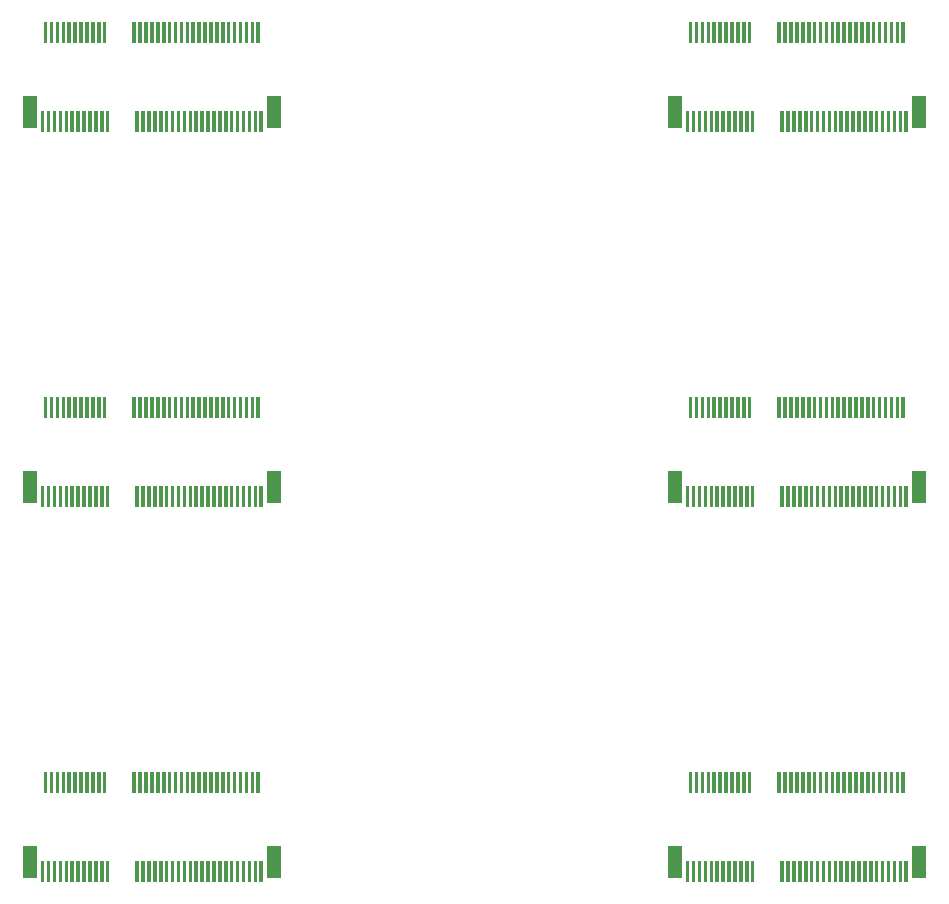
<source format=gbr>
G04 #@! TF.GenerationSoftware,KiCad,Pcbnew,(5.1.2)-2*
G04 #@! TF.CreationDate,2021-03-31T16:43:33-04:00*
G04 #@! TF.ProjectId,MicroMod_tinycar_panelized,4d696372-6f4d-46f6-945f-74696e796361,rev?*
G04 #@! TF.SameCoordinates,Original*
G04 #@! TF.FileFunction,Paste,Bot*
G04 #@! TF.FilePolarity,Positive*
%FSLAX46Y46*%
G04 Gerber Fmt 4.6, Leading zero omitted, Abs format (unit mm)*
G04 Created by KiCad (PCBNEW (5.1.2)-2) date 2021-03-31 16:43:33*
%MOMM*%
%LPD*%
G04 APERTURE LIST*
%ADD10C,0.100000*%
%ADD11R,1.200000X2.750000*%
G04 APERTURE END LIST*
D10*
G36*
X129163740Y-63369980D02*
G01*
X128863740Y-63369980D01*
X128863740Y-61619980D01*
X129163740Y-61619980D01*
X129163740Y-63369980D01*
G37*
G36*
X128163740Y-63369980D02*
G01*
X127863740Y-63369980D01*
X127863740Y-61619980D01*
X128163740Y-61619980D01*
X128163740Y-63369980D01*
G37*
G36*
X127663740Y-63369980D02*
G01*
X127363740Y-63369980D01*
X127363740Y-61619980D01*
X127663740Y-61619980D01*
X127663740Y-63369980D01*
G37*
G36*
X128663740Y-63369980D02*
G01*
X128363740Y-63369980D01*
X128363740Y-61619980D01*
X128663740Y-61619980D01*
X128663740Y-63369980D01*
G37*
G36*
X127163740Y-63369980D02*
G01*
X126863740Y-63369980D01*
X126863740Y-61619980D01*
X127163740Y-61619980D01*
X127163740Y-63369980D01*
G37*
G36*
X126163740Y-63369980D02*
G01*
X125863740Y-63369980D01*
X125863740Y-61619980D01*
X126163740Y-61619980D01*
X126163740Y-63369980D01*
G37*
G36*
X125663740Y-63369980D02*
G01*
X125363740Y-63369980D01*
X125363740Y-61619980D01*
X125663740Y-61619980D01*
X125663740Y-63369980D01*
G37*
G36*
X126663740Y-63369980D02*
G01*
X126363740Y-63369980D01*
X126363740Y-61619980D01*
X126663740Y-61619980D01*
X126663740Y-63369980D01*
G37*
G36*
X125163740Y-63369980D02*
G01*
X124863740Y-63369980D01*
X124863740Y-61619980D01*
X125163740Y-61619980D01*
X125163740Y-63369980D01*
G37*
G36*
X124163740Y-63369980D02*
G01*
X123863740Y-63369980D01*
X123863740Y-61619980D01*
X124163740Y-61619980D01*
X124163740Y-63369980D01*
G37*
G36*
X123663740Y-63369980D02*
G01*
X123363740Y-63369980D01*
X123363740Y-61619980D01*
X123663740Y-61619980D01*
X123663740Y-63369980D01*
G37*
G36*
X124663740Y-63369980D02*
G01*
X124363740Y-63369980D01*
X124363740Y-61619980D01*
X124663740Y-61619980D01*
X124663740Y-63369980D01*
G37*
G36*
X123163740Y-63369980D02*
G01*
X122863740Y-63369980D01*
X122863740Y-61619980D01*
X123163740Y-61619980D01*
X123163740Y-63369980D01*
G37*
G36*
X122163740Y-63369980D02*
G01*
X121863740Y-63369980D01*
X121863740Y-61619980D01*
X122163740Y-61619980D01*
X122163740Y-63369980D01*
G37*
G36*
X121663740Y-63369980D02*
G01*
X121363740Y-63369980D01*
X121363740Y-61619980D01*
X121663740Y-61619980D01*
X121663740Y-63369980D01*
G37*
G36*
X122663740Y-63369980D02*
G01*
X122363740Y-63369980D01*
X122363740Y-61619980D01*
X122663740Y-61619980D01*
X122663740Y-63369980D01*
G37*
G36*
X121163740Y-63369980D02*
G01*
X120863740Y-63369980D01*
X120863740Y-61619980D01*
X121163740Y-61619980D01*
X121163740Y-63369980D01*
G37*
G36*
X120163740Y-63369980D02*
G01*
X119863740Y-63369980D01*
X119863740Y-61619980D01*
X120163740Y-61619980D01*
X120163740Y-63369980D01*
G37*
G36*
X119663740Y-63369980D02*
G01*
X119363740Y-63369980D01*
X119363740Y-61619980D01*
X119663740Y-61619980D01*
X119663740Y-63369980D01*
G37*
G36*
X120663740Y-63369980D02*
G01*
X120363740Y-63369980D01*
X120363740Y-61619980D01*
X120663740Y-61619980D01*
X120663740Y-63369980D01*
G37*
G36*
X119163740Y-63369980D02*
G01*
X118863740Y-63369980D01*
X118863740Y-61619980D01*
X119163740Y-61619980D01*
X119163740Y-63369980D01*
G37*
G36*
X118663740Y-63369980D02*
G01*
X118363740Y-63369980D01*
X118363740Y-61619980D01*
X118663740Y-61619980D01*
X118663740Y-63369980D01*
G37*
G36*
X116163740Y-63369980D02*
G01*
X115863740Y-63369980D01*
X115863740Y-61619980D01*
X116163740Y-61619980D01*
X116163740Y-63369980D01*
G37*
G36*
X115663740Y-63369980D02*
G01*
X115363740Y-63369980D01*
X115363740Y-61619980D01*
X115663740Y-61619980D01*
X115663740Y-63369980D01*
G37*
G36*
X115163740Y-63369980D02*
G01*
X114863740Y-63369980D01*
X114863740Y-61619980D01*
X115163740Y-61619980D01*
X115163740Y-63369980D01*
G37*
G36*
X114163740Y-63369980D02*
G01*
X113863740Y-63369980D01*
X113863740Y-61619980D01*
X114163740Y-61619980D01*
X114163740Y-63369980D01*
G37*
G36*
X113663740Y-63369980D02*
G01*
X113363740Y-63369980D01*
X113363740Y-61619980D01*
X113663740Y-61619980D01*
X113663740Y-63369980D01*
G37*
G36*
X114663740Y-63369980D02*
G01*
X114363740Y-63369980D01*
X114363740Y-61619980D01*
X114663740Y-61619980D01*
X114663740Y-63369980D01*
G37*
G36*
X113163740Y-63369980D02*
G01*
X112863740Y-63369980D01*
X112863740Y-61619980D01*
X113163740Y-61619980D01*
X113163740Y-63369980D01*
G37*
G36*
X112163740Y-63369980D02*
G01*
X111863740Y-63369980D01*
X111863740Y-61619980D01*
X112163740Y-61619980D01*
X112163740Y-63369980D01*
G37*
G36*
X111663740Y-63369980D02*
G01*
X111363740Y-63369980D01*
X111363740Y-61619980D01*
X111663740Y-61619980D01*
X111663740Y-63369980D01*
G37*
G36*
X112663740Y-63369980D02*
G01*
X112363740Y-63369980D01*
X112363740Y-61619980D01*
X112663740Y-61619980D01*
X112663740Y-63369980D01*
G37*
G36*
X111163740Y-63369980D02*
G01*
X110863740Y-63369980D01*
X110863740Y-61619980D01*
X111163740Y-61619980D01*
X111163740Y-63369980D01*
G37*
G36*
X129413740Y-70919980D02*
G01*
X129113740Y-70919980D01*
X129113740Y-69169980D01*
X129413740Y-69169980D01*
X129413740Y-70919980D01*
G37*
G36*
X128413740Y-70919980D02*
G01*
X128113740Y-70919980D01*
X128113740Y-69169980D01*
X128413740Y-69169980D01*
X128413740Y-70919980D01*
G37*
G36*
X127913740Y-70919980D02*
G01*
X127613740Y-70919980D01*
X127613740Y-69169980D01*
X127913740Y-69169980D01*
X127913740Y-70919980D01*
G37*
G36*
X128913740Y-70919980D02*
G01*
X128613740Y-70919980D01*
X128613740Y-69169980D01*
X128913740Y-69169980D01*
X128913740Y-70919980D01*
G37*
G36*
X127413740Y-70919980D02*
G01*
X127113740Y-70919980D01*
X127113740Y-69169980D01*
X127413740Y-69169980D01*
X127413740Y-70919980D01*
G37*
G36*
X126413740Y-70919980D02*
G01*
X126113740Y-70919980D01*
X126113740Y-69169980D01*
X126413740Y-69169980D01*
X126413740Y-70919980D01*
G37*
G36*
X125913740Y-70919980D02*
G01*
X125613740Y-70919980D01*
X125613740Y-69169980D01*
X125913740Y-69169980D01*
X125913740Y-70919980D01*
G37*
G36*
X126913740Y-70919980D02*
G01*
X126613740Y-70919980D01*
X126613740Y-69169980D01*
X126913740Y-69169980D01*
X126913740Y-70919980D01*
G37*
G36*
X125413740Y-70919980D02*
G01*
X125113740Y-70919980D01*
X125113740Y-69169980D01*
X125413740Y-69169980D01*
X125413740Y-70919980D01*
G37*
G36*
X124413740Y-70919980D02*
G01*
X124113740Y-70919980D01*
X124113740Y-69169980D01*
X124413740Y-69169980D01*
X124413740Y-70919980D01*
G37*
G36*
X123913740Y-70919980D02*
G01*
X123613740Y-70919980D01*
X123613740Y-69169980D01*
X123913740Y-69169980D01*
X123913740Y-70919980D01*
G37*
G36*
X124913740Y-70919980D02*
G01*
X124613740Y-70919980D01*
X124613740Y-69169980D01*
X124913740Y-69169980D01*
X124913740Y-70919980D01*
G37*
G36*
X123413740Y-70919980D02*
G01*
X123113740Y-70919980D01*
X123113740Y-69169980D01*
X123413740Y-69169980D01*
X123413740Y-70919980D01*
G37*
G36*
X122413740Y-70919980D02*
G01*
X122113740Y-70919980D01*
X122113740Y-69169980D01*
X122413740Y-69169980D01*
X122413740Y-70919980D01*
G37*
G36*
X121913740Y-70919980D02*
G01*
X121613740Y-70919980D01*
X121613740Y-69169980D01*
X121913740Y-69169980D01*
X121913740Y-70919980D01*
G37*
G36*
X122913740Y-70919980D02*
G01*
X122613740Y-70919980D01*
X122613740Y-69169980D01*
X122913740Y-69169980D01*
X122913740Y-70919980D01*
G37*
G36*
X121413740Y-70919980D02*
G01*
X121113740Y-70919980D01*
X121113740Y-69169980D01*
X121413740Y-69169980D01*
X121413740Y-70919980D01*
G37*
G36*
X120413740Y-70919980D02*
G01*
X120113740Y-70919980D01*
X120113740Y-69169980D01*
X120413740Y-69169980D01*
X120413740Y-70919980D01*
G37*
G36*
X119913740Y-70919980D02*
G01*
X119613740Y-70919980D01*
X119613740Y-69169980D01*
X119913740Y-69169980D01*
X119913740Y-70919980D01*
G37*
G36*
X120913740Y-70919980D02*
G01*
X120613740Y-70919980D01*
X120613740Y-69169980D01*
X120913740Y-69169980D01*
X120913740Y-70919980D01*
G37*
G36*
X119413740Y-70919980D02*
G01*
X119113740Y-70919980D01*
X119113740Y-69169980D01*
X119413740Y-69169980D01*
X119413740Y-70919980D01*
G37*
G36*
X118913740Y-70919980D02*
G01*
X118613740Y-70919980D01*
X118613740Y-69169980D01*
X118913740Y-69169980D01*
X118913740Y-70919980D01*
G37*
G36*
X116413740Y-70919980D02*
G01*
X116113740Y-70919980D01*
X116113740Y-69169980D01*
X116413740Y-69169980D01*
X116413740Y-70919980D01*
G37*
G36*
X115913740Y-70919980D02*
G01*
X115613740Y-70919980D01*
X115613740Y-69169980D01*
X115913740Y-69169980D01*
X115913740Y-70919980D01*
G37*
G36*
X115413740Y-70919980D02*
G01*
X115113740Y-70919980D01*
X115113740Y-69169980D01*
X115413740Y-69169980D01*
X115413740Y-70919980D01*
G37*
G36*
X114413740Y-70919980D02*
G01*
X114113740Y-70919980D01*
X114113740Y-69169980D01*
X114413740Y-69169980D01*
X114413740Y-70919980D01*
G37*
G36*
X113913740Y-70919980D02*
G01*
X113613740Y-70919980D01*
X113613740Y-69169980D01*
X113913740Y-69169980D01*
X113913740Y-70919980D01*
G37*
G36*
X114913740Y-70919980D02*
G01*
X114613740Y-70919980D01*
X114613740Y-69169980D01*
X114913740Y-69169980D01*
X114913740Y-70919980D01*
G37*
G36*
X113413740Y-70919980D02*
G01*
X113113740Y-70919980D01*
X113113740Y-69169980D01*
X113413740Y-69169980D01*
X113413740Y-70919980D01*
G37*
G36*
X112413740Y-70919980D02*
G01*
X112113740Y-70919980D01*
X112113740Y-69169980D01*
X112413740Y-69169980D01*
X112413740Y-70919980D01*
G37*
G36*
X111913740Y-70919980D02*
G01*
X111613740Y-70919980D01*
X111613740Y-69169980D01*
X111913740Y-69169980D01*
X111913740Y-70919980D01*
G37*
G36*
X112913740Y-70919980D02*
G01*
X112613740Y-70919980D01*
X112613740Y-69169980D01*
X112913740Y-69169980D01*
X112913740Y-70919980D01*
G37*
G36*
X111413740Y-70919980D02*
G01*
X111113740Y-70919980D01*
X111113740Y-69169980D01*
X111413740Y-69169980D01*
X111413740Y-70919980D01*
G37*
G36*
X110913740Y-70919980D02*
G01*
X110613740Y-70919980D01*
X110613740Y-69169980D01*
X110913740Y-69169980D01*
X110913740Y-70919980D01*
G37*
G36*
X129163740Y-95119980D02*
G01*
X128863740Y-95119980D01*
X128863740Y-93369980D01*
X129163740Y-93369980D01*
X129163740Y-95119980D01*
G37*
G36*
X128163740Y-95119980D02*
G01*
X127863740Y-95119980D01*
X127863740Y-93369980D01*
X128163740Y-93369980D01*
X128163740Y-95119980D01*
G37*
G36*
X127663740Y-95119980D02*
G01*
X127363740Y-95119980D01*
X127363740Y-93369980D01*
X127663740Y-93369980D01*
X127663740Y-95119980D01*
G37*
G36*
X128663740Y-95119980D02*
G01*
X128363740Y-95119980D01*
X128363740Y-93369980D01*
X128663740Y-93369980D01*
X128663740Y-95119980D01*
G37*
G36*
X127163740Y-95119980D02*
G01*
X126863740Y-95119980D01*
X126863740Y-93369980D01*
X127163740Y-93369980D01*
X127163740Y-95119980D01*
G37*
G36*
X126163740Y-95119980D02*
G01*
X125863740Y-95119980D01*
X125863740Y-93369980D01*
X126163740Y-93369980D01*
X126163740Y-95119980D01*
G37*
G36*
X125663740Y-95119980D02*
G01*
X125363740Y-95119980D01*
X125363740Y-93369980D01*
X125663740Y-93369980D01*
X125663740Y-95119980D01*
G37*
G36*
X126663740Y-95119980D02*
G01*
X126363740Y-95119980D01*
X126363740Y-93369980D01*
X126663740Y-93369980D01*
X126663740Y-95119980D01*
G37*
G36*
X125163740Y-95119980D02*
G01*
X124863740Y-95119980D01*
X124863740Y-93369980D01*
X125163740Y-93369980D01*
X125163740Y-95119980D01*
G37*
G36*
X124163740Y-95119980D02*
G01*
X123863740Y-95119980D01*
X123863740Y-93369980D01*
X124163740Y-93369980D01*
X124163740Y-95119980D01*
G37*
G36*
X123663740Y-95119980D02*
G01*
X123363740Y-95119980D01*
X123363740Y-93369980D01*
X123663740Y-93369980D01*
X123663740Y-95119980D01*
G37*
G36*
X124663740Y-95119980D02*
G01*
X124363740Y-95119980D01*
X124363740Y-93369980D01*
X124663740Y-93369980D01*
X124663740Y-95119980D01*
G37*
G36*
X123163740Y-95119980D02*
G01*
X122863740Y-95119980D01*
X122863740Y-93369980D01*
X123163740Y-93369980D01*
X123163740Y-95119980D01*
G37*
G36*
X122163740Y-95119980D02*
G01*
X121863740Y-95119980D01*
X121863740Y-93369980D01*
X122163740Y-93369980D01*
X122163740Y-95119980D01*
G37*
G36*
X121663740Y-95119980D02*
G01*
X121363740Y-95119980D01*
X121363740Y-93369980D01*
X121663740Y-93369980D01*
X121663740Y-95119980D01*
G37*
G36*
X122663740Y-95119980D02*
G01*
X122363740Y-95119980D01*
X122363740Y-93369980D01*
X122663740Y-93369980D01*
X122663740Y-95119980D01*
G37*
G36*
X121163740Y-95119980D02*
G01*
X120863740Y-95119980D01*
X120863740Y-93369980D01*
X121163740Y-93369980D01*
X121163740Y-95119980D01*
G37*
G36*
X120163740Y-95119980D02*
G01*
X119863740Y-95119980D01*
X119863740Y-93369980D01*
X120163740Y-93369980D01*
X120163740Y-95119980D01*
G37*
G36*
X119663740Y-95119980D02*
G01*
X119363740Y-95119980D01*
X119363740Y-93369980D01*
X119663740Y-93369980D01*
X119663740Y-95119980D01*
G37*
G36*
X120663740Y-95119980D02*
G01*
X120363740Y-95119980D01*
X120363740Y-93369980D01*
X120663740Y-93369980D01*
X120663740Y-95119980D01*
G37*
G36*
X119163740Y-95119980D02*
G01*
X118863740Y-95119980D01*
X118863740Y-93369980D01*
X119163740Y-93369980D01*
X119163740Y-95119980D01*
G37*
G36*
X118663740Y-95119980D02*
G01*
X118363740Y-95119980D01*
X118363740Y-93369980D01*
X118663740Y-93369980D01*
X118663740Y-95119980D01*
G37*
G36*
X116163740Y-95119980D02*
G01*
X115863740Y-95119980D01*
X115863740Y-93369980D01*
X116163740Y-93369980D01*
X116163740Y-95119980D01*
G37*
G36*
X115663740Y-95119980D02*
G01*
X115363740Y-95119980D01*
X115363740Y-93369980D01*
X115663740Y-93369980D01*
X115663740Y-95119980D01*
G37*
G36*
X115163740Y-95119980D02*
G01*
X114863740Y-95119980D01*
X114863740Y-93369980D01*
X115163740Y-93369980D01*
X115163740Y-95119980D01*
G37*
G36*
X114163740Y-95119980D02*
G01*
X113863740Y-95119980D01*
X113863740Y-93369980D01*
X114163740Y-93369980D01*
X114163740Y-95119980D01*
G37*
G36*
X113663740Y-95119980D02*
G01*
X113363740Y-95119980D01*
X113363740Y-93369980D01*
X113663740Y-93369980D01*
X113663740Y-95119980D01*
G37*
G36*
X114663740Y-95119980D02*
G01*
X114363740Y-95119980D01*
X114363740Y-93369980D01*
X114663740Y-93369980D01*
X114663740Y-95119980D01*
G37*
G36*
X113163740Y-95119980D02*
G01*
X112863740Y-95119980D01*
X112863740Y-93369980D01*
X113163740Y-93369980D01*
X113163740Y-95119980D01*
G37*
G36*
X112163740Y-95119980D02*
G01*
X111863740Y-95119980D01*
X111863740Y-93369980D01*
X112163740Y-93369980D01*
X112163740Y-95119980D01*
G37*
G36*
X111663740Y-95119980D02*
G01*
X111363740Y-95119980D01*
X111363740Y-93369980D01*
X111663740Y-93369980D01*
X111663740Y-95119980D01*
G37*
G36*
X112663740Y-95119980D02*
G01*
X112363740Y-95119980D01*
X112363740Y-93369980D01*
X112663740Y-93369980D01*
X112663740Y-95119980D01*
G37*
G36*
X111163740Y-95119980D02*
G01*
X110863740Y-95119980D01*
X110863740Y-93369980D01*
X111163740Y-93369980D01*
X111163740Y-95119980D01*
G37*
G36*
X129413740Y-102669980D02*
G01*
X129113740Y-102669980D01*
X129113740Y-100919980D01*
X129413740Y-100919980D01*
X129413740Y-102669980D01*
G37*
G36*
X128413740Y-102669980D02*
G01*
X128113740Y-102669980D01*
X128113740Y-100919980D01*
X128413740Y-100919980D01*
X128413740Y-102669980D01*
G37*
G36*
X127913740Y-102669980D02*
G01*
X127613740Y-102669980D01*
X127613740Y-100919980D01*
X127913740Y-100919980D01*
X127913740Y-102669980D01*
G37*
G36*
X128913740Y-102669980D02*
G01*
X128613740Y-102669980D01*
X128613740Y-100919980D01*
X128913740Y-100919980D01*
X128913740Y-102669980D01*
G37*
G36*
X127413740Y-102669980D02*
G01*
X127113740Y-102669980D01*
X127113740Y-100919980D01*
X127413740Y-100919980D01*
X127413740Y-102669980D01*
G37*
G36*
X126413740Y-102669980D02*
G01*
X126113740Y-102669980D01*
X126113740Y-100919980D01*
X126413740Y-100919980D01*
X126413740Y-102669980D01*
G37*
G36*
X125913740Y-102669980D02*
G01*
X125613740Y-102669980D01*
X125613740Y-100919980D01*
X125913740Y-100919980D01*
X125913740Y-102669980D01*
G37*
G36*
X126913740Y-102669980D02*
G01*
X126613740Y-102669980D01*
X126613740Y-100919980D01*
X126913740Y-100919980D01*
X126913740Y-102669980D01*
G37*
G36*
X125413740Y-102669980D02*
G01*
X125113740Y-102669980D01*
X125113740Y-100919980D01*
X125413740Y-100919980D01*
X125413740Y-102669980D01*
G37*
G36*
X124413740Y-102669980D02*
G01*
X124113740Y-102669980D01*
X124113740Y-100919980D01*
X124413740Y-100919980D01*
X124413740Y-102669980D01*
G37*
G36*
X123913740Y-102669980D02*
G01*
X123613740Y-102669980D01*
X123613740Y-100919980D01*
X123913740Y-100919980D01*
X123913740Y-102669980D01*
G37*
G36*
X124913740Y-102669980D02*
G01*
X124613740Y-102669980D01*
X124613740Y-100919980D01*
X124913740Y-100919980D01*
X124913740Y-102669980D01*
G37*
G36*
X123413740Y-102669980D02*
G01*
X123113740Y-102669980D01*
X123113740Y-100919980D01*
X123413740Y-100919980D01*
X123413740Y-102669980D01*
G37*
G36*
X122413740Y-102669980D02*
G01*
X122113740Y-102669980D01*
X122113740Y-100919980D01*
X122413740Y-100919980D01*
X122413740Y-102669980D01*
G37*
G36*
X121913740Y-102669980D02*
G01*
X121613740Y-102669980D01*
X121613740Y-100919980D01*
X121913740Y-100919980D01*
X121913740Y-102669980D01*
G37*
G36*
X122913740Y-102669980D02*
G01*
X122613740Y-102669980D01*
X122613740Y-100919980D01*
X122913740Y-100919980D01*
X122913740Y-102669980D01*
G37*
G36*
X121413740Y-102669980D02*
G01*
X121113740Y-102669980D01*
X121113740Y-100919980D01*
X121413740Y-100919980D01*
X121413740Y-102669980D01*
G37*
G36*
X120413740Y-102669980D02*
G01*
X120113740Y-102669980D01*
X120113740Y-100919980D01*
X120413740Y-100919980D01*
X120413740Y-102669980D01*
G37*
G36*
X119913740Y-102669980D02*
G01*
X119613740Y-102669980D01*
X119613740Y-100919980D01*
X119913740Y-100919980D01*
X119913740Y-102669980D01*
G37*
G36*
X120913740Y-102669980D02*
G01*
X120613740Y-102669980D01*
X120613740Y-100919980D01*
X120913740Y-100919980D01*
X120913740Y-102669980D01*
G37*
G36*
X119413740Y-102669980D02*
G01*
X119113740Y-102669980D01*
X119113740Y-100919980D01*
X119413740Y-100919980D01*
X119413740Y-102669980D01*
G37*
G36*
X118913740Y-102669980D02*
G01*
X118613740Y-102669980D01*
X118613740Y-100919980D01*
X118913740Y-100919980D01*
X118913740Y-102669980D01*
G37*
G36*
X116413740Y-102669980D02*
G01*
X116113740Y-102669980D01*
X116113740Y-100919980D01*
X116413740Y-100919980D01*
X116413740Y-102669980D01*
G37*
G36*
X115913740Y-102669980D02*
G01*
X115613740Y-102669980D01*
X115613740Y-100919980D01*
X115913740Y-100919980D01*
X115913740Y-102669980D01*
G37*
G36*
X115413740Y-102669980D02*
G01*
X115113740Y-102669980D01*
X115113740Y-100919980D01*
X115413740Y-100919980D01*
X115413740Y-102669980D01*
G37*
G36*
X114413740Y-102669980D02*
G01*
X114113740Y-102669980D01*
X114113740Y-100919980D01*
X114413740Y-100919980D01*
X114413740Y-102669980D01*
G37*
G36*
X113913740Y-102669980D02*
G01*
X113613740Y-102669980D01*
X113613740Y-100919980D01*
X113913740Y-100919980D01*
X113913740Y-102669980D01*
G37*
G36*
X114913740Y-102669980D02*
G01*
X114613740Y-102669980D01*
X114613740Y-100919980D01*
X114913740Y-100919980D01*
X114913740Y-102669980D01*
G37*
G36*
X113413740Y-102669980D02*
G01*
X113113740Y-102669980D01*
X113113740Y-100919980D01*
X113413740Y-100919980D01*
X113413740Y-102669980D01*
G37*
G36*
X112413740Y-102669980D02*
G01*
X112113740Y-102669980D01*
X112113740Y-100919980D01*
X112413740Y-100919980D01*
X112413740Y-102669980D01*
G37*
G36*
X111913740Y-102669980D02*
G01*
X111613740Y-102669980D01*
X111613740Y-100919980D01*
X111913740Y-100919980D01*
X111913740Y-102669980D01*
G37*
G36*
X112913740Y-102669980D02*
G01*
X112613740Y-102669980D01*
X112613740Y-100919980D01*
X112913740Y-100919980D01*
X112913740Y-102669980D01*
G37*
G36*
X111413740Y-102669980D02*
G01*
X111113740Y-102669980D01*
X111113740Y-100919980D01*
X111413740Y-100919980D01*
X111413740Y-102669980D01*
G37*
G36*
X110913740Y-102669980D02*
G01*
X110613740Y-102669980D01*
X110613740Y-100919980D01*
X110913740Y-100919980D01*
X110913740Y-102669980D01*
G37*
G36*
X129163740Y-126869980D02*
G01*
X128863740Y-126869980D01*
X128863740Y-125119980D01*
X129163740Y-125119980D01*
X129163740Y-126869980D01*
G37*
G36*
X128163740Y-126869980D02*
G01*
X127863740Y-126869980D01*
X127863740Y-125119980D01*
X128163740Y-125119980D01*
X128163740Y-126869980D01*
G37*
G36*
X127663740Y-126869980D02*
G01*
X127363740Y-126869980D01*
X127363740Y-125119980D01*
X127663740Y-125119980D01*
X127663740Y-126869980D01*
G37*
G36*
X128663740Y-126869980D02*
G01*
X128363740Y-126869980D01*
X128363740Y-125119980D01*
X128663740Y-125119980D01*
X128663740Y-126869980D01*
G37*
G36*
X127163740Y-126869980D02*
G01*
X126863740Y-126869980D01*
X126863740Y-125119980D01*
X127163740Y-125119980D01*
X127163740Y-126869980D01*
G37*
G36*
X126163740Y-126869980D02*
G01*
X125863740Y-126869980D01*
X125863740Y-125119980D01*
X126163740Y-125119980D01*
X126163740Y-126869980D01*
G37*
G36*
X125663740Y-126869980D02*
G01*
X125363740Y-126869980D01*
X125363740Y-125119980D01*
X125663740Y-125119980D01*
X125663740Y-126869980D01*
G37*
G36*
X126663740Y-126869980D02*
G01*
X126363740Y-126869980D01*
X126363740Y-125119980D01*
X126663740Y-125119980D01*
X126663740Y-126869980D01*
G37*
G36*
X125163740Y-126869980D02*
G01*
X124863740Y-126869980D01*
X124863740Y-125119980D01*
X125163740Y-125119980D01*
X125163740Y-126869980D01*
G37*
G36*
X124163740Y-126869980D02*
G01*
X123863740Y-126869980D01*
X123863740Y-125119980D01*
X124163740Y-125119980D01*
X124163740Y-126869980D01*
G37*
G36*
X123663740Y-126869980D02*
G01*
X123363740Y-126869980D01*
X123363740Y-125119980D01*
X123663740Y-125119980D01*
X123663740Y-126869980D01*
G37*
G36*
X124663740Y-126869980D02*
G01*
X124363740Y-126869980D01*
X124363740Y-125119980D01*
X124663740Y-125119980D01*
X124663740Y-126869980D01*
G37*
G36*
X123163740Y-126869980D02*
G01*
X122863740Y-126869980D01*
X122863740Y-125119980D01*
X123163740Y-125119980D01*
X123163740Y-126869980D01*
G37*
G36*
X122163740Y-126869980D02*
G01*
X121863740Y-126869980D01*
X121863740Y-125119980D01*
X122163740Y-125119980D01*
X122163740Y-126869980D01*
G37*
G36*
X121663740Y-126869980D02*
G01*
X121363740Y-126869980D01*
X121363740Y-125119980D01*
X121663740Y-125119980D01*
X121663740Y-126869980D01*
G37*
G36*
X122663740Y-126869980D02*
G01*
X122363740Y-126869980D01*
X122363740Y-125119980D01*
X122663740Y-125119980D01*
X122663740Y-126869980D01*
G37*
G36*
X121163740Y-126869980D02*
G01*
X120863740Y-126869980D01*
X120863740Y-125119980D01*
X121163740Y-125119980D01*
X121163740Y-126869980D01*
G37*
G36*
X120163740Y-126869980D02*
G01*
X119863740Y-126869980D01*
X119863740Y-125119980D01*
X120163740Y-125119980D01*
X120163740Y-126869980D01*
G37*
G36*
X119663740Y-126869980D02*
G01*
X119363740Y-126869980D01*
X119363740Y-125119980D01*
X119663740Y-125119980D01*
X119663740Y-126869980D01*
G37*
G36*
X120663740Y-126869980D02*
G01*
X120363740Y-126869980D01*
X120363740Y-125119980D01*
X120663740Y-125119980D01*
X120663740Y-126869980D01*
G37*
G36*
X119163740Y-126869980D02*
G01*
X118863740Y-126869980D01*
X118863740Y-125119980D01*
X119163740Y-125119980D01*
X119163740Y-126869980D01*
G37*
G36*
X118663740Y-126869980D02*
G01*
X118363740Y-126869980D01*
X118363740Y-125119980D01*
X118663740Y-125119980D01*
X118663740Y-126869980D01*
G37*
G36*
X116163740Y-126869980D02*
G01*
X115863740Y-126869980D01*
X115863740Y-125119980D01*
X116163740Y-125119980D01*
X116163740Y-126869980D01*
G37*
G36*
X115663740Y-126869980D02*
G01*
X115363740Y-126869980D01*
X115363740Y-125119980D01*
X115663740Y-125119980D01*
X115663740Y-126869980D01*
G37*
G36*
X115163740Y-126869980D02*
G01*
X114863740Y-126869980D01*
X114863740Y-125119980D01*
X115163740Y-125119980D01*
X115163740Y-126869980D01*
G37*
G36*
X114163740Y-126869980D02*
G01*
X113863740Y-126869980D01*
X113863740Y-125119980D01*
X114163740Y-125119980D01*
X114163740Y-126869980D01*
G37*
G36*
X113663740Y-126869980D02*
G01*
X113363740Y-126869980D01*
X113363740Y-125119980D01*
X113663740Y-125119980D01*
X113663740Y-126869980D01*
G37*
G36*
X114663740Y-126869980D02*
G01*
X114363740Y-126869980D01*
X114363740Y-125119980D01*
X114663740Y-125119980D01*
X114663740Y-126869980D01*
G37*
G36*
X113163740Y-126869980D02*
G01*
X112863740Y-126869980D01*
X112863740Y-125119980D01*
X113163740Y-125119980D01*
X113163740Y-126869980D01*
G37*
G36*
X112163740Y-126869980D02*
G01*
X111863740Y-126869980D01*
X111863740Y-125119980D01*
X112163740Y-125119980D01*
X112163740Y-126869980D01*
G37*
G36*
X111663740Y-126869980D02*
G01*
X111363740Y-126869980D01*
X111363740Y-125119980D01*
X111663740Y-125119980D01*
X111663740Y-126869980D01*
G37*
G36*
X112663740Y-126869980D02*
G01*
X112363740Y-126869980D01*
X112363740Y-125119980D01*
X112663740Y-125119980D01*
X112663740Y-126869980D01*
G37*
G36*
X111163740Y-126869980D02*
G01*
X110863740Y-126869980D01*
X110863740Y-125119980D01*
X111163740Y-125119980D01*
X111163740Y-126869980D01*
G37*
G36*
X129413740Y-134419980D02*
G01*
X129113740Y-134419980D01*
X129113740Y-132669980D01*
X129413740Y-132669980D01*
X129413740Y-134419980D01*
G37*
G36*
X128413740Y-134419980D02*
G01*
X128113740Y-134419980D01*
X128113740Y-132669980D01*
X128413740Y-132669980D01*
X128413740Y-134419980D01*
G37*
G36*
X127913740Y-134419980D02*
G01*
X127613740Y-134419980D01*
X127613740Y-132669980D01*
X127913740Y-132669980D01*
X127913740Y-134419980D01*
G37*
G36*
X128913740Y-134419980D02*
G01*
X128613740Y-134419980D01*
X128613740Y-132669980D01*
X128913740Y-132669980D01*
X128913740Y-134419980D01*
G37*
G36*
X127413740Y-134419980D02*
G01*
X127113740Y-134419980D01*
X127113740Y-132669980D01*
X127413740Y-132669980D01*
X127413740Y-134419980D01*
G37*
G36*
X126413740Y-134419980D02*
G01*
X126113740Y-134419980D01*
X126113740Y-132669980D01*
X126413740Y-132669980D01*
X126413740Y-134419980D01*
G37*
G36*
X125913740Y-134419980D02*
G01*
X125613740Y-134419980D01*
X125613740Y-132669980D01*
X125913740Y-132669980D01*
X125913740Y-134419980D01*
G37*
G36*
X126913740Y-134419980D02*
G01*
X126613740Y-134419980D01*
X126613740Y-132669980D01*
X126913740Y-132669980D01*
X126913740Y-134419980D01*
G37*
G36*
X125413740Y-134419980D02*
G01*
X125113740Y-134419980D01*
X125113740Y-132669980D01*
X125413740Y-132669980D01*
X125413740Y-134419980D01*
G37*
G36*
X124413740Y-134419980D02*
G01*
X124113740Y-134419980D01*
X124113740Y-132669980D01*
X124413740Y-132669980D01*
X124413740Y-134419980D01*
G37*
G36*
X123913740Y-134419980D02*
G01*
X123613740Y-134419980D01*
X123613740Y-132669980D01*
X123913740Y-132669980D01*
X123913740Y-134419980D01*
G37*
G36*
X124913740Y-134419980D02*
G01*
X124613740Y-134419980D01*
X124613740Y-132669980D01*
X124913740Y-132669980D01*
X124913740Y-134419980D01*
G37*
G36*
X123413740Y-134419980D02*
G01*
X123113740Y-134419980D01*
X123113740Y-132669980D01*
X123413740Y-132669980D01*
X123413740Y-134419980D01*
G37*
G36*
X122413740Y-134419980D02*
G01*
X122113740Y-134419980D01*
X122113740Y-132669980D01*
X122413740Y-132669980D01*
X122413740Y-134419980D01*
G37*
G36*
X121913740Y-134419980D02*
G01*
X121613740Y-134419980D01*
X121613740Y-132669980D01*
X121913740Y-132669980D01*
X121913740Y-134419980D01*
G37*
G36*
X122913740Y-134419980D02*
G01*
X122613740Y-134419980D01*
X122613740Y-132669980D01*
X122913740Y-132669980D01*
X122913740Y-134419980D01*
G37*
G36*
X121413740Y-134419980D02*
G01*
X121113740Y-134419980D01*
X121113740Y-132669980D01*
X121413740Y-132669980D01*
X121413740Y-134419980D01*
G37*
G36*
X120413740Y-134419980D02*
G01*
X120113740Y-134419980D01*
X120113740Y-132669980D01*
X120413740Y-132669980D01*
X120413740Y-134419980D01*
G37*
G36*
X119913740Y-134419980D02*
G01*
X119613740Y-134419980D01*
X119613740Y-132669980D01*
X119913740Y-132669980D01*
X119913740Y-134419980D01*
G37*
G36*
X120913740Y-134419980D02*
G01*
X120613740Y-134419980D01*
X120613740Y-132669980D01*
X120913740Y-132669980D01*
X120913740Y-134419980D01*
G37*
G36*
X119413740Y-134419980D02*
G01*
X119113740Y-134419980D01*
X119113740Y-132669980D01*
X119413740Y-132669980D01*
X119413740Y-134419980D01*
G37*
G36*
X118913740Y-134419980D02*
G01*
X118613740Y-134419980D01*
X118613740Y-132669980D01*
X118913740Y-132669980D01*
X118913740Y-134419980D01*
G37*
G36*
X116413740Y-134419980D02*
G01*
X116113740Y-134419980D01*
X116113740Y-132669980D01*
X116413740Y-132669980D01*
X116413740Y-134419980D01*
G37*
G36*
X115913740Y-134419980D02*
G01*
X115613740Y-134419980D01*
X115613740Y-132669980D01*
X115913740Y-132669980D01*
X115913740Y-134419980D01*
G37*
G36*
X115413740Y-134419980D02*
G01*
X115113740Y-134419980D01*
X115113740Y-132669980D01*
X115413740Y-132669980D01*
X115413740Y-134419980D01*
G37*
G36*
X114413740Y-134419980D02*
G01*
X114113740Y-134419980D01*
X114113740Y-132669980D01*
X114413740Y-132669980D01*
X114413740Y-134419980D01*
G37*
G36*
X113913740Y-134419980D02*
G01*
X113613740Y-134419980D01*
X113613740Y-132669980D01*
X113913740Y-132669980D01*
X113913740Y-134419980D01*
G37*
G36*
X114913740Y-134419980D02*
G01*
X114613740Y-134419980D01*
X114613740Y-132669980D01*
X114913740Y-132669980D01*
X114913740Y-134419980D01*
G37*
G36*
X113413740Y-134419980D02*
G01*
X113113740Y-134419980D01*
X113113740Y-132669980D01*
X113413740Y-132669980D01*
X113413740Y-134419980D01*
G37*
G36*
X112413740Y-134419980D02*
G01*
X112113740Y-134419980D01*
X112113740Y-132669980D01*
X112413740Y-132669980D01*
X112413740Y-134419980D01*
G37*
G36*
X111913740Y-134419980D02*
G01*
X111613740Y-134419980D01*
X111613740Y-132669980D01*
X111913740Y-132669980D01*
X111913740Y-134419980D01*
G37*
G36*
X112913740Y-134419980D02*
G01*
X112613740Y-134419980D01*
X112613740Y-132669980D01*
X112913740Y-132669980D01*
X112913740Y-134419980D01*
G37*
G36*
X111413740Y-134419980D02*
G01*
X111113740Y-134419980D01*
X111113740Y-132669980D01*
X111413740Y-132669980D01*
X111413740Y-134419980D01*
G37*
G36*
X110913740Y-134419980D02*
G01*
X110613740Y-134419980D01*
X110613740Y-132669980D01*
X110913740Y-132669980D01*
X110913740Y-134419980D01*
G37*
G36*
X183773740Y-63369980D02*
G01*
X183473740Y-63369980D01*
X183473740Y-61619980D01*
X183773740Y-61619980D01*
X183773740Y-63369980D01*
G37*
G36*
X182773740Y-63369980D02*
G01*
X182473740Y-63369980D01*
X182473740Y-61619980D01*
X182773740Y-61619980D01*
X182773740Y-63369980D01*
G37*
G36*
X182273740Y-63369980D02*
G01*
X181973740Y-63369980D01*
X181973740Y-61619980D01*
X182273740Y-61619980D01*
X182273740Y-63369980D01*
G37*
G36*
X183273740Y-63369980D02*
G01*
X182973740Y-63369980D01*
X182973740Y-61619980D01*
X183273740Y-61619980D01*
X183273740Y-63369980D01*
G37*
G36*
X181773740Y-63369980D02*
G01*
X181473740Y-63369980D01*
X181473740Y-61619980D01*
X181773740Y-61619980D01*
X181773740Y-63369980D01*
G37*
G36*
X180773740Y-63369980D02*
G01*
X180473740Y-63369980D01*
X180473740Y-61619980D01*
X180773740Y-61619980D01*
X180773740Y-63369980D01*
G37*
G36*
X180273740Y-63369980D02*
G01*
X179973740Y-63369980D01*
X179973740Y-61619980D01*
X180273740Y-61619980D01*
X180273740Y-63369980D01*
G37*
G36*
X181273740Y-63369980D02*
G01*
X180973740Y-63369980D01*
X180973740Y-61619980D01*
X181273740Y-61619980D01*
X181273740Y-63369980D01*
G37*
G36*
X179773740Y-63369980D02*
G01*
X179473740Y-63369980D01*
X179473740Y-61619980D01*
X179773740Y-61619980D01*
X179773740Y-63369980D01*
G37*
G36*
X178773740Y-63369980D02*
G01*
X178473740Y-63369980D01*
X178473740Y-61619980D01*
X178773740Y-61619980D01*
X178773740Y-63369980D01*
G37*
G36*
X178273740Y-63369980D02*
G01*
X177973740Y-63369980D01*
X177973740Y-61619980D01*
X178273740Y-61619980D01*
X178273740Y-63369980D01*
G37*
G36*
X179273740Y-63369980D02*
G01*
X178973740Y-63369980D01*
X178973740Y-61619980D01*
X179273740Y-61619980D01*
X179273740Y-63369980D01*
G37*
G36*
X177773740Y-63369980D02*
G01*
X177473740Y-63369980D01*
X177473740Y-61619980D01*
X177773740Y-61619980D01*
X177773740Y-63369980D01*
G37*
G36*
X176773740Y-63369980D02*
G01*
X176473740Y-63369980D01*
X176473740Y-61619980D01*
X176773740Y-61619980D01*
X176773740Y-63369980D01*
G37*
G36*
X176273740Y-63369980D02*
G01*
X175973740Y-63369980D01*
X175973740Y-61619980D01*
X176273740Y-61619980D01*
X176273740Y-63369980D01*
G37*
G36*
X177273740Y-63369980D02*
G01*
X176973740Y-63369980D01*
X176973740Y-61619980D01*
X177273740Y-61619980D01*
X177273740Y-63369980D01*
G37*
G36*
X175773740Y-63369980D02*
G01*
X175473740Y-63369980D01*
X175473740Y-61619980D01*
X175773740Y-61619980D01*
X175773740Y-63369980D01*
G37*
G36*
X174773740Y-63369980D02*
G01*
X174473740Y-63369980D01*
X174473740Y-61619980D01*
X174773740Y-61619980D01*
X174773740Y-63369980D01*
G37*
G36*
X174273740Y-63369980D02*
G01*
X173973740Y-63369980D01*
X173973740Y-61619980D01*
X174273740Y-61619980D01*
X174273740Y-63369980D01*
G37*
G36*
X175273740Y-63369980D02*
G01*
X174973740Y-63369980D01*
X174973740Y-61619980D01*
X175273740Y-61619980D01*
X175273740Y-63369980D01*
G37*
G36*
X173773740Y-63369980D02*
G01*
X173473740Y-63369980D01*
X173473740Y-61619980D01*
X173773740Y-61619980D01*
X173773740Y-63369980D01*
G37*
G36*
X173273740Y-63369980D02*
G01*
X172973740Y-63369980D01*
X172973740Y-61619980D01*
X173273740Y-61619980D01*
X173273740Y-63369980D01*
G37*
G36*
X170773740Y-63369980D02*
G01*
X170473740Y-63369980D01*
X170473740Y-61619980D01*
X170773740Y-61619980D01*
X170773740Y-63369980D01*
G37*
G36*
X170273740Y-63369980D02*
G01*
X169973740Y-63369980D01*
X169973740Y-61619980D01*
X170273740Y-61619980D01*
X170273740Y-63369980D01*
G37*
G36*
X169773740Y-63369980D02*
G01*
X169473740Y-63369980D01*
X169473740Y-61619980D01*
X169773740Y-61619980D01*
X169773740Y-63369980D01*
G37*
G36*
X168773740Y-63369980D02*
G01*
X168473740Y-63369980D01*
X168473740Y-61619980D01*
X168773740Y-61619980D01*
X168773740Y-63369980D01*
G37*
G36*
X168273740Y-63369980D02*
G01*
X167973740Y-63369980D01*
X167973740Y-61619980D01*
X168273740Y-61619980D01*
X168273740Y-63369980D01*
G37*
G36*
X169273740Y-63369980D02*
G01*
X168973740Y-63369980D01*
X168973740Y-61619980D01*
X169273740Y-61619980D01*
X169273740Y-63369980D01*
G37*
G36*
X167773740Y-63369980D02*
G01*
X167473740Y-63369980D01*
X167473740Y-61619980D01*
X167773740Y-61619980D01*
X167773740Y-63369980D01*
G37*
G36*
X166773740Y-63369980D02*
G01*
X166473740Y-63369980D01*
X166473740Y-61619980D01*
X166773740Y-61619980D01*
X166773740Y-63369980D01*
G37*
G36*
X166273740Y-63369980D02*
G01*
X165973740Y-63369980D01*
X165973740Y-61619980D01*
X166273740Y-61619980D01*
X166273740Y-63369980D01*
G37*
G36*
X167273740Y-63369980D02*
G01*
X166973740Y-63369980D01*
X166973740Y-61619980D01*
X167273740Y-61619980D01*
X167273740Y-63369980D01*
G37*
G36*
X165773740Y-63369980D02*
G01*
X165473740Y-63369980D01*
X165473740Y-61619980D01*
X165773740Y-61619980D01*
X165773740Y-63369980D01*
G37*
G36*
X184023740Y-70919980D02*
G01*
X183723740Y-70919980D01*
X183723740Y-69169980D01*
X184023740Y-69169980D01*
X184023740Y-70919980D01*
G37*
G36*
X183023740Y-70919980D02*
G01*
X182723740Y-70919980D01*
X182723740Y-69169980D01*
X183023740Y-69169980D01*
X183023740Y-70919980D01*
G37*
G36*
X182523740Y-70919980D02*
G01*
X182223740Y-70919980D01*
X182223740Y-69169980D01*
X182523740Y-69169980D01*
X182523740Y-70919980D01*
G37*
G36*
X183523740Y-70919980D02*
G01*
X183223740Y-70919980D01*
X183223740Y-69169980D01*
X183523740Y-69169980D01*
X183523740Y-70919980D01*
G37*
G36*
X182023740Y-70919980D02*
G01*
X181723740Y-70919980D01*
X181723740Y-69169980D01*
X182023740Y-69169980D01*
X182023740Y-70919980D01*
G37*
G36*
X181023740Y-70919980D02*
G01*
X180723740Y-70919980D01*
X180723740Y-69169980D01*
X181023740Y-69169980D01*
X181023740Y-70919980D01*
G37*
G36*
X180523740Y-70919980D02*
G01*
X180223740Y-70919980D01*
X180223740Y-69169980D01*
X180523740Y-69169980D01*
X180523740Y-70919980D01*
G37*
G36*
X181523740Y-70919980D02*
G01*
X181223740Y-70919980D01*
X181223740Y-69169980D01*
X181523740Y-69169980D01*
X181523740Y-70919980D01*
G37*
G36*
X180023740Y-70919980D02*
G01*
X179723740Y-70919980D01*
X179723740Y-69169980D01*
X180023740Y-69169980D01*
X180023740Y-70919980D01*
G37*
G36*
X179023740Y-70919980D02*
G01*
X178723740Y-70919980D01*
X178723740Y-69169980D01*
X179023740Y-69169980D01*
X179023740Y-70919980D01*
G37*
G36*
X178523740Y-70919980D02*
G01*
X178223740Y-70919980D01*
X178223740Y-69169980D01*
X178523740Y-69169980D01*
X178523740Y-70919980D01*
G37*
G36*
X179523740Y-70919980D02*
G01*
X179223740Y-70919980D01*
X179223740Y-69169980D01*
X179523740Y-69169980D01*
X179523740Y-70919980D01*
G37*
G36*
X178023740Y-70919980D02*
G01*
X177723740Y-70919980D01*
X177723740Y-69169980D01*
X178023740Y-69169980D01*
X178023740Y-70919980D01*
G37*
G36*
X177023740Y-70919980D02*
G01*
X176723740Y-70919980D01*
X176723740Y-69169980D01*
X177023740Y-69169980D01*
X177023740Y-70919980D01*
G37*
G36*
X176523740Y-70919980D02*
G01*
X176223740Y-70919980D01*
X176223740Y-69169980D01*
X176523740Y-69169980D01*
X176523740Y-70919980D01*
G37*
G36*
X177523740Y-70919980D02*
G01*
X177223740Y-70919980D01*
X177223740Y-69169980D01*
X177523740Y-69169980D01*
X177523740Y-70919980D01*
G37*
G36*
X176023740Y-70919980D02*
G01*
X175723740Y-70919980D01*
X175723740Y-69169980D01*
X176023740Y-69169980D01*
X176023740Y-70919980D01*
G37*
G36*
X175023740Y-70919980D02*
G01*
X174723740Y-70919980D01*
X174723740Y-69169980D01*
X175023740Y-69169980D01*
X175023740Y-70919980D01*
G37*
G36*
X174523740Y-70919980D02*
G01*
X174223740Y-70919980D01*
X174223740Y-69169980D01*
X174523740Y-69169980D01*
X174523740Y-70919980D01*
G37*
G36*
X175523740Y-70919980D02*
G01*
X175223740Y-70919980D01*
X175223740Y-69169980D01*
X175523740Y-69169980D01*
X175523740Y-70919980D01*
G37*
G36*
X174023740Y-70919980D02*
G01*
X173723740Y-70919980D01*
X173723740Y-69169980D01*
X174023740Y-69169980D01*
X174023740Y-70919980D01*
G37*
G36*
X173523740Y-70919980D02*
G01*
X173223740Y-70919980D01*
X173223740Y-69169980D01*
X173523740Y-69169980D01*
X173523740Y-70919980D01*
G37*
G36*
X171023740Y-70919980D02*
G01*
X170723740Y-70919980D01*
X170723740Y-69169980D01*
X171023740Y-69169980D01*
X171023740Y-70919980D01*
G37*
G36*
X170523740Y-70919980D02*
G01*
X170223740Y-70919980D01*
X170223740Y-69169980D01*
X170523740Y-69169980D01*
X170523740Y-70919980D01*
G37*
G36*
X170023740Y-70919980D02*
G01*
X169723740Y-70919980D01*
X169723740Y-69169980D01*
X170023740Y-69169980D01*
X170023740Y-70919980D01*
G37*
G36*
X169023740Y-70919980D02*
G01*
X168723740Y-70919980D01*
X168723740Y-69169980D01*
X169023740Y-69169980D01*
X169023740Y-70919980D01*
G37*
G36*
X168523740Y-70919980D02*
G01*
X168223740Y-70919980D01*
X168223740Y-69169980D01*
X168523740Y-69169980D01*
X168523740Y-70919980D01*
G37*
G36*
X169523740Y-70919980D02*
G01*
X169223740Y-70919980D01*
X169223740Y-69169980D01*
X169523740Y-69169980D01*
X169523740Y-70919980D01*
G37*
G36*
X168023740Y-70919980D02*
G01*
X167723740Y-70919980D01*
X167723740Y-69169980D01*
X168023740Y-69169980D01*
X168023740Y-70919980D01*
G37*
G36*
X167023740Y-70919980D02*
G01*
X166723740Y-70919980D01*
X166723740Y-69169980D01*
X167023740Y-69169980D01*
X167023740Y-70919980D01*
G37*
G36*
X166523740Y-70919980D02*
G01*
X166223740Y-70919980D01*
X166223740Y-69169980D01*
X166523740Y-69169980D01*
X166523740Y-70919980D01*
G37*
G36*
X167523740Y-70919980D02*
G01*
X167223740Y-70919980D01*
X167223740Y-69169980D01*
X167523740Y-69169980D01*
X167523740Y-70919980D01*
G37*
G36*
X166023740Y-70919980D02*
G01*
X165723740Y-70919980D01*
X165723740Y-69169980D01*
X166023740Y-69169980D01*
X166023740Y-70919980D01*
G37*
G36*
X165523740Y-70919980D02*
G01*
X165223740Y-70919980D01*
X165223740Y-69169980D01*
X165523740Y-69169980D01*
X165523740Y-70919980D01*
G37*
G36*
X183773740Y-95119980D02*
G01*
X183473740Y-95119980D01*
X183473740Y-93369980D01*
X183773740Y-93369980D01*
X183773740Y-95119980D01*
G37*
G36*
X182773740Y-95119980D02*
G01*
X182473740Y-95119980D01*
X182473740Y-93369980D01*
X182773740Y-93369980D01*
X182773740Y-95119980D01*
G37*
G36*
X182273740Y-95119980D02*
G01*
X181973740Y-95119980D01*
X181973740Y-93369980D01*
X182273740Y-93369980D01*
X182273740Y-95119980D01*
G37*
G36*
X183273740Y-95119980D02*
G01*
X182973740Y-95119980D01*
X182973740Y-93369980D01*
X183273740Y-93369980D01*
X183273740Y-95119980D01*
G37*
G36*
X181773740Y-95119980D02*
G01*
X181473740Y-95119980D01*
X181473740Y-93369980D01*
X181773740Y-93369980D01*
X181773740Y-95119980D01*
G37*
G36*
X180773740Y-95119980D02*
G01*
X180473740Y-95119980D01*
X180473740Y-93369980D01*
X180773740Y-93369980D01*
X180773740Y-95119980D01*
G37*
G36*
X180273740Y-95119980D02*
G01*
X179973740Y-95119980D01*
X179973740Y-93369980D01*
X180273740Y-93369980D01*
X180273740Y-95119980D01*
G37*
G36*
X181273740Y-95119980D02*
G01*
X180973740Y-95119980D01*
X180973740Y-93369980D01*
X181273740Y-93369980D01*
X181273740Y-95119980D01*
G37*
G36*
X179773740Y-95119980D02*
G01*
X179473740Y-95119980D01*
X179473740Y-93369980D01*
X179773740Y-93369980D01*
X179773740Y-95119980D01*
G37*
G36*
X178773740Y-95119980D02*
G01*
X178473740Y-95119980D01*
X178473740Y-93369980D01*
X178773740Y-93369980D01*
X178773740Y-95119980D01*
G37*
G36*
X178273740Y-95119980D02*
G01*
X177973740Y-95119980D01*
X177973740Y-93369980D01*
X178273740Y-93369980D01*
X178273740Y-95119980D01*
G37*
G36*
X179273740Y-95119980D02*
G01*
X178973740Y-95119980D01*
X178973740Y-93369980D01*
X179273740Y-93369980D01*
X179273740Y-95119980D01*
G37*
G36*
X177773740Y-95119980D02*
G01*
X177473740Y-95119980D01*
X177473740Y-93369980D01*
X177773740Y-93369980D01*
X177773740Y-95119980D01*
G37*
G36*
X176773740Y-95119980D02*
G01*
X176473740Y-95119980D01*
X176473740Y-93369980D01*
X176773740Y-93369980D01*
X176773740Y-95119980D01*
G37*
G36*
X176273740Y-95119980D02*
G01*
X175973740Y-95119980D01*
X175973740Y-93369980D01*
X176273740Y-93369980D01*
X176273740Y-95119980D01*
G37*
G36*
X177273740Y-95119980D02*
G01*
X176973740Y-95119980D01*
X176973740Y-93369980D01*
X177273740Y-93369980D01*
X177273740Y-95119980D01*
G37*
G36*
X175773740Y-95119980D02*
G01*
X175473740Y-95119980D01*
X175473740Y-93369980D01*
X175773740Y-93369980D01*
X175773740Y-95119980D01*
G37*
G36*
X174773740Y-95119980D02*
G01*
X174473740Y-95119980D01*
X174473740Y-93369980D01*
X174773740Y-93369980D01*
X174773740Y-95119980D01*
G37*
G36*
X174273740Y-95119980D02*
G01*
X173973740Y-95119980D01*
X173973740Y-93369980D01*
X174273740Y-93369980D01*
X174273740Y-95119980D01*
G37*
G36*
X175273740Y-95119980D02*
G01*
X174973740Y-95119980D01*
X174973740Y-93369980D01*
X175273740Y-93369980D01*
X175273740Y-95119980D01*
G37*
G36*
X173773740Y-95119980D02*
G01*
X173473740Y-95119980D01*
X173473740Y-93369980D01*
X173773740Y-93369980D01*
X173773740Y-95119980D01*
G37*
G36*
X173273740Y-95119980D02*
G01*
X172973740Y-95119980D01*
X172973740Y-93369980D01*
X173273740Y-93369980D01*
X173273740Y-95119980D01*
G37*
G36*
X170773740Y-95119980D02*
G01*
X170473740Y-95119980D01*
X170473740Y-93369980D01*
X170773740Y-93369980D01*
X170773740Y-95119980D01*
G37*
G36*
X170273740Y-95119980D02*
G01*
X169973740Y-95119980D01*
X169973740Y-93369980D01*
X170273740Y-93369980D01*
X170273740Y-95119980D01*
G37*
G36*
X169773740Y-95119980D02*
G01*
X169473740Y-95119980D01*
X169473740Y-93369980D01*
X169773740Y-93369980D01*
X169773740Y-95119980D01*
G37*
G36*
X168773740Y-95119980D02*
G01*
X168473740Y-95119980D01*
X168473740Y-93369980D01*
X168773740Y-93369980D01*
X168773740Y-95119980D01*
G37*
G36*
X168273740Y-95119980D02*
G01*
X167973740Y-95119980D01*
X167973740Y-93369980D01*
X168273740Y-93369980D01*
X168273740Y-95119980D01*
G37*
G36*
X169273740Y-95119980D02*
G01*
X168973740Y-95119980D01*
X168973740Y-93369980D01*
X169273740Y-93369980D01*
X169273740Y-95119980D01*
G37*
G36*
X167773740Y-95119980D02*
G01*
X167473740Y-95119980D01*
X167473740Y-93369980D01*
X167773740Y-93369980D01*
X167773740Y-95119980D01*
G37*
G36*
X166773740Y-95119980D02*
G01*
X166473740Y-95119980D01*
X166473740Y-93369980D01*
X166773740Y-93369980D01*
X166773740Y-95119980D01*
G37*
G36*
X166273740Y-95119980D02*
G01*
X165973740Y-95119980D01*
X165973740Y-93369980D01*
X166273740Y-93369980D01*
X166273740Y-95119980D01*
G37*
G36*
X167273740Y-95119980D02*
G01*
X166973740Y-95119980D01*
X166973740Y-93369980D01*
X167273740Y-93369980D01*
X167273740Y-95119980D01*
G37*
G36*
X165773740Y-95119980D02*
G01*
X165473740Y-95119980D01*
X165473740Y-93369980D01*
X165773740Y-93369980D01*
X165773740Y-95119980D01*
G37*
G36*
X184023740Y-102669980D02*
G01*
X183723740Y-102669980D01*
X183723740Y-100919980D01*
X184023740Y-100919980D01*
X184023740Y-102669980D01*
G37*
G36*
X183023740Y-102669980D02*
G01*
X182723740Y-102669980D01*
X182723740Y-100919980D01*
X183023740Y-100919980D01*
X183023740Y-102669980D01*
G37*
G36*
X182523740Y-102669980D02*
G01*
X182223740Y-102669980D01*
X182223740Y-100919980D01*
X182523740Y-100919980D01*
X182523740Y-102669980D01*
G37*
G36*
X183523740Y-102669980D02*
G01*
X183223740Y-102669980D01*
X183223740Y-100919980D01*
X183523740Y-100919980D01*
X183523740Y-102669980D01*
G37*
G36*
X182023740Y-102669980D02*
G01*
X181723740Y-102669980D01*
X181723740Y-100919980D01*
X182023740Y-100919980D01*
X182023740Y-102669980D01*
G37*
G36*
X181023740Y-102669980D02*
G01*
X180723740Y-102669980D01*
X180723740Y-100919980D01*
X181023740Y-100919980D01*
X181023740Y-102669980D01*
G37*
G36*
X180523740Y-102669980D02*
G01*
X180223740Y-102669980D01*
X180223740Y-100919980D01*
X180523740Y-100919980D01*
X180523740Y-102669980D01*
G37*
G36*
X181523740Y-102669980D02*
G01*
X181223740Y-102669980D01*
X181223740Y-100919980D01*
X181523740Y-100919980D01*
X181523740Y-102669980D01*
G37*
G36*
X180023740Y-102669980D02*
G01*
X179723740Y-102669980D01*
X179723740Y-100919980D01*
X180023740Y-100919980D01*
X180023740Y-102669980D01*
G37*
G36*
X179023740Y-102669980D02*
G01*
X178723740Y-102669980D01*
X178723740Y-100919980D01*
X179023740Y-100919980D01*
X179023740Y-102669980D01*
G37*
G36*
X178523740Y-102669980D02*
G01*
X178223740Y-102669980D01*
X178223740Y-100919980D01*
X178523740Y-100919980D01*
X178523740Y-102669980D01*
G37*
G36*
X179523740Y-102669980D02*
G01*
X179223740Y-102669980D01*
X179223740Y-100919980D01*
X179523740Y-100919980D01*
X179523740Y-102669980D01*
G37*
G36*
X178023740Y-102669980D02*
G01*
X177723740Y-102669980D01*
X177723740Y-100919980D01*
X178023740Y-100919980D01*
X178023740Y-102669980D01*
G37*
G36*
X177023740Y-102669980D02*
G01*
X176723740Y-102669980D01*
X176723740Y-100919980D01*
X177023740Y-100919980D01*
X177023740Y-102669980D01*
G37*
G36*
X176523740Y-102669980D02*
G01*
X176223740Y-102669980D01*
X176223740Y-100919980D01*
X176523740Y-100919980D01*
X176523740Y-102669980D01*
G37*
G36*
X177523740Y-102669980D02*
G01*
X177223740Y-102669980D01*
X177223740Y-100919980D01*
X177523740Y-100919980D01*
X177523740Y-102669980D01*
G37*
G36*
X176023740Y-102669980D02*
G01*
X175723740Y-102669980D01*
X175723740Y-100919980D01*
X176023740Y-100919980D01*
X176023740Y-102669980D01*
G37*
G36*
X175023740Y-102669980D02*
G01*
X174723740Y-102669980D01*
X174723740Y-100919980D01*
X175023740Y-100919980D01*
X175023740Y-102669980D01*
G37*
G36*
X174523740Y-102669980D02*
G01*
X174223740Y-102669980D01*
X174223740Y-100919980D01*
X174523740Y-100919980D01*
X174523740Y-102669980D01*
G37*
G36*
X175523740Y-102669980D02*
G01*
X175223740Y-102669980D01*
X175223740Y-100919980D01*
X175523740Y-100919980D01*
X175523740Y-102669980D01*
G37*
G36*
X174023740Y-102669980D02*
G01*
X173723740Y-102669980D01*
X173723740Y-100919980D01*
X174023740Y-100919980D01*
X174023740Y-102669980D01*
G37*
G36*
X173523740Y-102669980D02*
G01*
X173223740Y-102669980D01*
X173223740Y-100919980D01*
X173523740Y-100919980D01*
X173523740Y-102669980D01*
G37*
G36*
X171023740Y-102669980D02*
G01*
X170723740Y-102669980D01*
X170723740Y-100919980D01*
X171023740Y-100919980D01*
X171023740Y-102669980D01*
G37*
G36*
X170523740Y-102669980D02*
G01*
X170223740Y-102669980D01*
X170223740Y-100919980D01*
X170523740Y-100919980D01*
X170523740Y-102669980D01*
G37*
G36*
X170023740Y-102669980D02*
G01*
X169723740Y-102669980D01*
X169723740Y-100919980D01*
X170023740Y-100919980D01*
X170023740Y-102669980D01*
G37*
G36*
X169023740Y-102669980D02*
G01*
X168723740Y-102669980D01*
X168723740Y-100919980D01*
X169023740Y-100919980D01*
X169023740Y-102669980D01*
G37*
G36*
X168523740Y-102669980D02*
G01*
X168223740Y-102669980D01*
X168223740Y-100919980D01*
X168523740Y-100919980D01*
X168523740Y-102669980D01*
G37*
G36*
X169523740Y-102669980D02*
G01*
X169223740Y-102669980D01*
X169223740Y-100919980D01*
X169523740Y-100919980D01*
X169523740Y-102669980D01*
G37*
G36*
X168023740Y-102669980D02*
G01*
X167723740Y-102669980D01*
X167723740Y-100919980D01*
X168023740Y-100919980D01*
X168023740Y-102669980D01*
G37*
G36*
X167023740Y-102669980D02*
G01*
X166723740Y-102669980D01*
X166723740Y-100919980D01*
X167023740Y-100919980D01*
X167023740Y-102669980D01*
G37*
G36*
X166523740Y-102669980D02*
G01*
X166223740Y-102669980D01*
X166223740Y-100919980D01*
X166523740Y-100919980D01*
X166523740Y-102669980D01*
G37*
G36*
X167523740Y-102669980D02*
G01*
X167223740Y-102669980D01*
X167223740Y-100919980D01*
X167523740Y-100919980D01*
X167523740Y-102669980D01*
G37*
G36*
X166023740Y-102669980D02*
G01*
X165723740Y-102669980D01*
X165723740Y-100919980D01*
X166023740Y-100919980D01*
X166023740Y-102669980D01*
G37*
G36*
X165523740Y-102669980D02*
G01*
X165223740Y-102669980D01*
X165223740Y-100919980D01*
X165523740Y-100919980D01*
X165523740Y-102669980D01*
G37*
G36*
X183773740Y-126869980D02*
G01*
X183473740Y-126869980D01*
X183473740Y-125119980D01*
X183773740Y-125119980D01*
X183773740Y-126869980D01*
G37*
G36*
X182773740Y-126869980D02*
G01*
X182473740Y-126869980D01*
X182473740Y-125119980D01*
X182773740Y-125119980D01*
X182773740Y-126869980D01*
G37*
G36*
X182273740Y-126869980D02*
G01*
X181973740Y-126869980D01*
X181973740Y-125119980D01*
X182273740Y-125119980D01*
X182273740Y-126869980D01*
G37*
G36*
X183273740Y-126869980D02*
G01*
X182973740Y-126869980D01*
X182973740Y-125119980D01*
X183273740Y-125119980D01*
X183273740Y-126869980D01*
G37*
G36*
X181773740Y-126869980D02*
G01*
X181473740Y-126869980D01*
X181473740Y-125119980D01*
X181773740Y-125119980D01*
X181773740Y-126869980D01*
G37*
G36*
X180773740Y-126869980D02*
G01*
X180473740Y-126869980D01*
X180473740Y-125119980D01*
X180773740Y-125119980D01*
X180773740Y-126869980D01*
G37*
G36*
X180273740Y-126869980D02*
G01*
X179973740Y-126869980D01*
X179973740Y-125119980D01*
X180273740Y-125119980D01*
X180273740Y-126869980D01*
G37*
G36*
X181273740Y-126869980D02*
G01*
X180973740Y-126869980D01*
X180973740Y-125119980D01*
X181273740Y-125119980D01*
X181273740Y-126869980D01*
G37*
G36*
X179773740Y-126869980D02*
G01*
X179473740Y-126869980D01*
X179473740Y-125119980D01*
X179773740Y-125119980D01*
X179773740Y-126869980D01*
G37*
G36*
X178773740Y-126869980D02*
G01*
X178473740Y-126869980D01*
X178473740Y-125119980D01*
X178773740Y-125119980D01*
X178773740Y-126869980D01*
G37*
G36*
X178273740Y-126869980D02*
G01*
X177973740Y-126869980D01*
X177973740Y-125119980D01*
X178273740Y-125119980D01*
X178273740Y-126869980D01*
G37*
G36*
X179273740Y-126869980D02*
G01*
X178973740Y-126869980D01*
X178973740Y-125119980D01*
X179273740Y-125119980D01*
X179273740Y-126869980D01*
G37*
G36*
X177773740Y-126869980D02*
G01*
X177473740Y-126869980D01*
X177473740Y-125119980D01*
X177773740Y-125119980D01*
X177773740Y-126869980D01*
G37*
G36*
X176773740Y-126869980D02*
G01*
X176473740Y-126869980D01*
X176473740Y-125119980D01*
X176773740Y-125119980D01*
X176773740Y-126869980D01*
G37*
G36*
X176273740Y-126869980D02*
G01*
X175973740Y-126869980D01*
X175973740Y-125119980D01*
X176273740Y-125119980D01*
X176273740Y-126869980D01*
G37*
G36*
X177273740Y-126869980D02*
G01*
X176973740Y-126869980D01*
X176973740Y-125119980D01*
X177273740Y-125119980D01*
X177273740Y-126869980D01*
G37*
G36*
X175773740Y-126869980D02*
G01*
X175473740Y-126869980D01*
X175473740Y-125119980D01*
X175773740Y-125119980D01*
X175773740Y-126869980D01*
G37*
G36*
X174773740Y-126869980D02*
G01*
X174473740Y-126869980D01*
X174473740Y-125119980D01*
X174773740Y-125119980D01*
X174773740Y-126869980D01*
G37*
G36*
X174273740Y-126869980D02*
G01*
X173973740Y-126869980D01*
X173973740Y-125119980D01*
X174273740Y-125119980D01*
X174273740Y-126869980D01*
G37*
G36*
X175273740Y-126869980D02*
G01*
X174973740Y-126869980D01*
X174973740Y-125119980D01*
X175273740Y-125119980D01*
X175273740Y-126869980D01*
G37*
G36*
X173773740Y-126869980D02*
G01*
X173473740Y-126869980D01*
X173473740Y-125119980D01*
X173773740Y-125119980D01*
X173773740Y-126869980D01*
G37*
G36*
X173273740Y-126869980D02*
G01*
X172973740Y-126869980D01*
X172973740Y-125119980D01*
X173273740Y-125119980D01*
X173273740Y-126869980D01*
G37*
G36*
X170773740Y-126869980D02*
G01*
X170473740Y-126869980D01*
X170473740Y-125119980D01*
X170773740Y-125119980D01*
X170773740Y-126869980D01*
G37*
G36*
X170273740Y-126869980D02*
G01*
X169973740Y-126869980D01*
X169973740Y-125119980D01*
X170273740Y-125119980D01*
X170273740Y-126869980D01*
G37*
G36*
X169773740Y-126869980D02*
G01*
X169473740Y-126869980D01*
X169473740Y-125119980D01*
X169773740Y-125119980D01*
X169773740Y-126869980D01*
G37*
G36*
X168773740Y-126869980D02*
G01*
X168473740Y-126869980D01*
X168473740Y-125119980D01*
X168773740Y-125119980D01*
X168773740Y-126869980D01*
G37*
G36*
X168273740Y-126869980D02*
G01*
X167973740Y-126869980D01*
X167973740Y-125119980D01*
X168273740Y-125119980D01*
X168273740Y-126869980D01*
G37*
G36*
X169273740Y-126869980D02*
G01*
X168973740Y-126869980D01*
X168973740Y-125119980D01*
X169273740Y-125119980D01*
X169273740Y-126869980D01*
G37*
G36*
X167773740Y-126869980D02*
G01*
X167473740Y-126869980D01*
X167473740Y-125119980D01*
X167773740Y-125119980D01*
X167773740Y-126869980D01*
G37*
G36*
X166773740Y-126869980D02*
G01*
X166473740Y-126869980D01*
X166473740Y-125119980D01*
X166773740Y-125119980D01*
X166773740Y-126869980D01*
G37*
G36*
X166273740Y-126869980D02*
G01*
X165973740Y-126869980D01*
X165973740Y-125119980D01*
X166273740Y-125119980D01*
X166273740Y-126869980D01*
G37*
G36*
X167273740Y-126869980D02*
G01*
X166973740Y-126869980D01*
X166973740Y-125119980D01*
X167273740Y-125119980D01*
X167273740Y-126869980D01*
G37*
G36*
X165773740Y-126869980D02*
G01*
X165473740Y-126869980D01*
X165473740Y-125119980D01*
X165773740Y-125119980D01*
X165773740Y-126869980D01*
G37*
G36*
X184023740Y-134419980D02*
G01*
X183723740Y-134419980D01*
X183723740Y-132669980D01*
X184023740Y-132669980D01*
X184023740Y-134419980D01*
G37*
G36*
X183023740Y-134419980D02*
G01*
X182723740Y-134419980D01*
X182723740Y-132669980D01*
X183023740Y-132669980D01*
X183023740Y-134419980D01*
G37*
G36*
X182523740Y-134419980D02*
G01*
X182223740Y-134419980D01*
X182223740Y-132669980D01*
X182523740Y-132669980D01*
X182523740Y-134419980D01*
G37*
G36*
X183523740Y-134419980D02*
G01*
X183223740Y-134419980D01*
X183223740Y-132669980D01*
X183523740Y-132669980D01*
X183523740Y-134419980D01*
G37*
G36*
X182023740Y-134419980D02*
G01*
X181723740Y-134419980D01*
X181723740Y-132669980D01*
X182023740Y-132669980D01*
X182023740Y-134419980D01*
G37*
G36*
X181023740Y-134419980D02*
G01*
X180723740Y-134419980D01*
X180723740Y-132669980D01*
X181023740Y-132669980D01*
X181023740Y-134419980D01*
G37*
G36*
X180523740Y-134419980D02*
G01*
X180223740Y-134419980D01*
X180223740Y-132669980D01*
X180523740Y-132669980D01*
X180523740Y-134419980D01*
G37*
G36*
X181523740Y-134419980D02*
G01*
X181223740Y-134419980D01*
X181223740Y-132669980D01*
X181523740Y-132669980D01*
X181523740Y-134419980D01*
G37*
G36*
X180023740Y-134419980D02*
G01*
X179723740Y-134419980D01*
X179723740Y-132669980D01*
X180023740Y-132669980D01*
X180023740Y-134419980D01*
G37*
G36*
X179023740Y-134419980D02*
G01*
X178723740Y-134419980D01*
X178723740Y-132669980D01*
X179023740Y-132669980D01*
X179023740Y-134419980D01*
G37*
G36*
X178523740Y-134419980D02*
G01*
X178223740Y-134419980D01*
X178223740Y-132669980D01*
X178523740Y-132669980D01*
X178523740Y-134419980D01*
G37*
G36*
X179523740Y-134419980D02*
G01*
X179223740Y-134419980D01*
X179223740Y-132669980D01*
X179523740Y-132669980D01*
X179523740Y-134419980D01*
G37*
G36*
X178023740Y-134419980D02*
G01*
X177723740Y-134419980D01*
X177723740Y-132669980D01*
X178023740Y-132669980D01*
X178023740Y-134419980D01*
G37*
G36*
X177023740Y-134419980D02*
G01*
X176723740Y-134419980D01*
X176723740Y-132669980D01*
X177023740Y-132669980D01*
X177023740Y-134419980D01*
G37*
G36*
X176523740Y-134419980D02*
G01*
X176223740Y-134419980D01*
X176223740Y-132669980D01*
X176523740Y-132669980D01*
X176523740Y-134419980D01*
G37*
G36*
X177523740Y-134419980D02*
G01*
X177223740Y-134419980D01*
X177223740Y-132669980D01*
X177523740Y-132669980D01*
X177523740Y-134419980D01*
G37*
G36*
X176023740Y-134419980D02*
G01*
X175723740Y-134419980D01*
X175723740Y-132669980D01*
X176023740Y-132669980D01*
X176023740Y-134419980D01*
G37*
G36*
X175023740Y-134419980D02*
G01*
X174723740Y-134419980D01*
X174723740Y-132669980D01*
X175023740Y-132669980D01*
X175023740Y-134419980D01*
G37*
G36*
X174523740Y-134419980D02*
G01*
X174223740Y-134419980D01*
X174223740Y-132669980D01*
X174523740Y-132669980D01*
X174523740Y-134419980D01*
G37*
G36*
X175523740Y-134419980D02*
G01*
X175223740Y-134419980D01*
X175223740Y-132669980D01*
X175523740Y-132669980D01*
X175523740Y-134419980D01*
G37*
G36*
X174023740Y-134419980D02*
G01*
X173723740Y-134419980D01*
X173723740Y-132669980D01*
X174023740Y-132669980D01*
X174023740Y-134419980D01*
G37*
G36*
X173523740Y-134419980D02*
G01*
X173223740Y-134419980D01*
X173223740Y-132669980D01*
X173523740Y-132669980D01*
X173523740Y-134419980D01*
G37*
G36*
X171023740Y-134419980D02*
G01*
X170723740Y-134419980D01*
X170723740Y-132669980D01*
X171023740Y-132669980D01*
X171023740Y-134419980D01*
G37*
G36*
X170523740Y-134419980D02*
G01*
X170223740Y-134419980D01*
X170223740Y-132669980D01*
X170523740Y-132669980D01*
X170523740Y-134419980D01*
G37*
G36*
X170023740Y-134419980D02*
G01*
X169723740Y-134419980D01*
X169723740Y-132669980D01*
X170023740Y-132669980D01*
X170023740Y-134419980D01*
G37*
G36*
X169023740Y-134419980D02*
G01*
X168723740Y-134419980D01*
X168723740Y-132669980D01*
X169023740Y-132669980D01*
X169023740Y-134419980D01*
G37*
G36*
X168523740Y-134419980D02*
G01*
X168223740Y-134419980D01*
X168223740Y-132669980D01*
X168523740Y-132669980D01*
X168523740Y-134419980D01*
G37*
G36*
X169523740Y-134419980D02*
G01*
X169223740Y-134419980D01*
X169223740Y-132669980D01*
X169523740Y-132669980D01*
X169523740Y-134419980D01*
G37*
G36*
X168023740Y-134419980D02*
G01*
X167723740Y-134419980D01*
X167723740Y-132669980D01*
X168023740Y-132669980D01*
X168023740Y-134419980D01*
G37*
G36*
X167023740Y-134419980D02*
G01*
X166723740Y-134419980D01*
X166723740Y-132669980D01*
X167023740Y-132669980D01*
X167023740Y-134419980D01*
G37*
G36*
X166523740Y-134419980D02*
G01*
X166223740Y-134419980D01*
X166223740Y-132669980D01*
X166523740Y-132669980D01*
X166523740Y-134419980D01*
G37*
G36*
X167523740Y-134419980D02*
G01*
X167223740Y-134419980D01*
X167223740Y-132669980D01*
X167523740Y-132669980D01*
X167523740Y-134419980D01*
G37*
G36*
X166023740Y-134419980D02*
G01*
X165723740Y-134419980D01*
X165723740Y-132669980D01*
X166023740Y-132669980D01*
X166023740Y-134419980D01*
G37*
G36*
X165523740Y-134419980D02*
G01*
X165223740Y-134419980D01*
X165223740Y-132669980D01*
X165523740Y-132669980D01*
X165523740Y-134419980D01*
G37*
D11*
X109663740Y-69269980D03*
X130363740Y-69269980D03*
X109663740Y-101019980D03*
X130363740Y-101019980D03*
X109663740Y-132769980D03*
X130363740Y-132769980D03*
X164273740Y-69269980D03*
X184973740Y-69269980D03*
X164273740Y-101019980D03*
X184973740Y-101019980D03*
X164273740Y-132769980D03*
X184973740Y-132769980D03*
M02*

</source>
